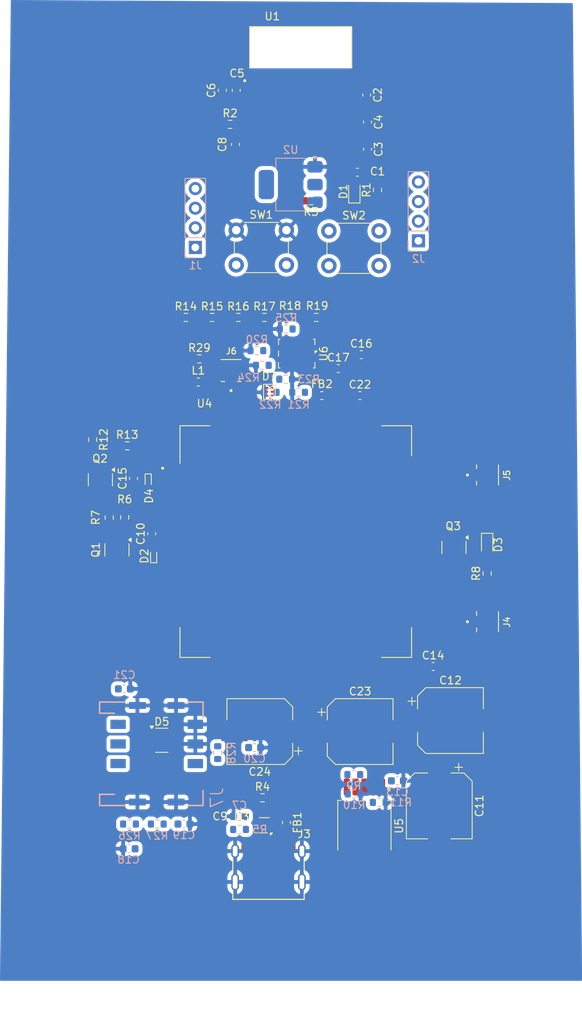
<source format=kicad_pcb>
(kicad_pcb (version 20241229) (generator "pcbnew") (generator_version "9.0")
  (layers (0 "F.Cu" signal) (4 "In1.Cu" power) (6 "In2.Cu" power) (2 "B.Cu" power) (13 "F.Paste" user) (15 "B.Paste" user) (5 "F.SilkS" user "F.Silkscreen") (7 "B.SilkS" user "B.Silkscreen") (1 "F.Mask" user) (3 "B.Mask" user) (25 "Edge.Cuts" user))
  (net 0 "")
  (net 1 "3V3")
  (net 2 "GND")
  (net 3 "/power/5V_VBUS")
  (net 4 "Net-(C7-Pad1)")
  (net 5 "/esp32c3/ESP_EN")
  (net 6 "D+")
  (net 7 "/sim7600/SIM_RESET")
  (net 8 "SIM_VBAT")
  (net 9 "/sim7600/PWR_KEY")
  (net 10 "/sim7600/VDD_1V8")
  (net 11 "/sim7600/USIM_RST")
  (net 12 "/sim7600/USIM_CLK")
  (net 13 "/sim7600/USIM_DATA")
  (net 14 "/sim7600/USIM_VDD")
  (net 15 "/sim7600/VBAT")
  (net 16 "Net-(D1-A)")
  (net 17 "Net-(D3-A)")
  (net 18 "Net-(D3-K)")
  (net 19 "Net-(J7-I{slash}O)")
  (net 20 "Net-(J7-CLK)")
  (net 21 "Net-(J7-RST)")
  (net 22 "Net-(J3-VBUS2)")
  (net 23 "/esp32c3/IO3")
  (net 24 "/esp32c3/IO2")
  (net 25 "/esp32c3/IO1")
  (net 26 "/esp32c3/IO0")
  (net 27 "/esp32c3/IO4")
  (net 28 "/esp32c3/IO7")
  (net 29 "/esp32c3/IO6")
  (net 30 "/esp32c3/IO5")
  (net 33 "Net-(J3-DP2)")
  (net 38 "Net-(J3-DN2)")
  (net 40 "/sim7600/MAIN_ANT")
  (net 41 "/sim7600/AUX_ANT")
  (net 42 "/sim7600/GNSS_ANT")
  (net 43 "Net-(L1-Pad2)")
  (net 44 "Net-(Q1-B)")
  (net 45 "Net-(Q2-B)")
  (net 46 "/sim7600/NETLIGHT")
  (net 47 "Net-(R3-Pad1)")
  (net 48 "D-")
  (net 49 "Net-(R5-Pad1)")
  (net 50 "ESP_SIM_RESET")
  (net 51 "Net-(U5-ADJ)")
  (net 52 "ESP_SIM_PWR")
  (net 53 "Net-(U6-A8)")
  (net 54 "Net-(U6-A7)")
  (net 55 "Net-(U6-A6)")
  (net 56 "Net-(U6-A5)")
  (net 57 "Net-(U6-A4)")
  (net 58 "Net-(U6-A3)")
  (net 59 "Net-(U6-B3)")
  (net 60 "Net-(U6-B4)")
  (net 61 "Net-(U6-B5)")
  (net 62 "Net-(U6-B6)")
  (net 63 "Net-(U6-B7)")
  (net 64 "Net-(U6-B8)")
  (net 65 "/esp32c3/ESP_BOOT")
  (net 67 "ESP_RX0")
  (net 72 "ESP_TX0")
  (net 121 "/sim7600/SIM_TX")
  (net 130 "/sim7600/SIM_RX")
  (footprint "Diode_SMD:D_SOD-923" (layer "F.Cu") (at 167.3 95.405 90)
    (property "Reference" "D2")
    (property "Value" "ESD9B3.3ST5G")
  )
  (footprint "Capacitor_SMD:C_0603_1608Metric" (layer "F.Cu") (at 191.225 71.125)
    (property "Reference" "C17")
    (property "Value" "100nF")
  )
  (footprint "Inductor_SMD:L_0603_1608Metric" (layer "F.Cu") (at 184.5 129.9125 -90)
    (property "Reference" "FB1")
    (property "Value" "FerriteBead")
  )
  (footprint "UFL connector:LINX_CONUFL001-SMD-T" (layer "F.Cu") (at 210.55 103.9 -90)
    (property "Reference" "J4")
    (property "Value" "CONUFL001-SMD-T")
  )
  (footprint "Capacitor_SMD:C_0603_1608Metric" (layer "F.Cu") (at 194.025 74.625)
    (property "Reference" "C22")
    (property "Value" "1uF")
  )
  (footprint "Capacitor_SMD:C_0603_1608Metric" (layer "F.Cu") (at 203.5 109.7)
    (property "Reference" "C14")
    (property "Value" "100nF")
  )
  (footprint "Package_TO_SOT_SMD:SOT-23-3" (layer "F.Cu") (at 162.55 94.5975 -90)
    (property "Reference" "Q1")
    (property "Value" "NPN")
  )
  (footprint "Capacitor_SMD:C_0603_1608Metric" (layer "F.Cu") (at 193.7 45.7 180)
    (property "Reference" "C1")
    (property "Value" "22uF")
  )
  (footprint "Capacitor_SMD:CP_Elec_8x10" (layer "F.Cu") (at 205.75 116.7)
    (property "Reference" "C12")
    (property "Value" "330uF")
  )
  (footprint "Package_TO_SOT_SMD:SOT-23-3" (layer "F.Cu") (at 160.4 85.525 -90)
    (property "Reference" "Q2")
    (property "Value" "NPN")
  )
  (footprint "Resistor_SMD:R_0603_1608Metric" (layer "F.Cu") (at 181.65 64.5)
    (property "Reference" "R17")
    (property "Value" "47K")
  )
  (footprint "Package_TO_SOT_SMD:SOT-886" (layer "F.Cu") (at 182.3 74.125 180)
    (property "Reference" "D7")
    (property "Value" "PESD3V3L4UF")
  )
  (footprint "Resistor_SMD:R_0603_1608Metric" (layer "F.Cu") (at 163.875 81.125)
    (property "Reference" "R13")
    (property "Value" "47K")
  )
  (footprint "Capacitor_SMD:C_0603_1608Metric" (layer "F.Cu") (at 195 42.725 -90)
    (property "Reference" "C3")
    (property "Value" "0.1uF")
  )
  (footprint "Capacitor_SMD:C_0603_1608Metric" (layer "F.Cu") (at 178.375 129.1 180)
    (property "Reference" "C9")
    (property "Value" "22uF")
  )
  (footprint "Resistor_SMD:R_0603_1608Metric" (layer "F.Cu") (at 159.4 80.325 -90)
    (property "Reference" "R12")
    (property "Value" "4K7")
  )
  (footprint "UFL connector:LINX_CONUFL001-SMD-T" (layer "F.Cu") (at 177.325 71.375)
    (property "Reference" "J6")
    (property "Value" "CONUFL001-SMD-T")
  )
  (footprint "Button_Switch_THT:SW_PUSH_6mm" (layer "F.Cu") (at 178 53.2)
    (property "Reference" "SW1")
    (property "Value" "SW_Push")
  )
  (footprint "Resistor_SMD:R_0603_1608Metric" (layer "F.Cu") (at 210.5 97.65 90)
    (property "Reference" "R8")
    (property "Value" "1K")
  )
  (footprint "Package_TO_SOT_SMD:SOT-23-5" (layer "F.Cu") (at 168.3625 119.25)
    (property "Reference" "D5")
    (property "Value" "ESDA6V1SC5")
  )
  (footprint "Capacitor_SMD:C_0603_1608Metric" (layer "F.Cu") (at 176.2 35.1 90)
    (property "Reference" "C6")
    (property "Value" "0.1uF")
  )
  (footprint "Capacitor_SMD:C_0603_1608Metric" (layer "F.Cu") (at 164.7 85.35 90)
    (property "Reference" "C15")
    (property "Value" "100nF")
  )
  (footprint "Resistor_SMD:R_0603_1608Metric" (layer "F.Cu") (at 171.475 64.5)
    (property "Reference" "R14")
    (property "Value" "47K")
  )
  (footprint "Resistor_SMD:R_0603_1608Metric" (layer "F.Cu") (at 178.275 64.5)
    (property "Reference" "R16")
    (property "Value" "47K")
  )
  (footprint "Resistor_SMD:R_0603_1608Metric" (layer "F.Cu") (at 181.4 126.7)
    (property "Reference" "R4")
    (property "Value" "0")
  )
  (footprint "SIM7600E:XCVR_SIM7600E" (layer "F.Cu") (at 185.7125 93.525)
    (property "Reference" "U4")
    (property "Value" "SIM7600E")
  )
  (footprint "ESP32C3-MINI-1U-N4:XCVR_ESP32-C3-MINI-1-N4" (layer "F.Cu") (at 186.35 35.15)
    (property "Reference" "U1")
    (property "Value" "ESP32-C3-MINI-1-N4")
  )
  (footprint "UFL connector:LINX_CONUFL001-SMD-T" (layer "F.Cu") (at 210.55 84.9 -90)
    (property "Reference" "J5")
    (property "Value" "CONUFL001-SMD-T")
  )
  (footprint "Resistor_SMD:R_0603_1608Metric" (layer "F.Cu") (at 188.375 64.5 180)
    (property "Reference" "R19")
    (property "Value" "47K")
  )
  (footprint "Capacitor_SMD:C_0603_1608Metric" (layer "F.Cu") (at 194.9 35.7 -90)
    (property "Reference" "C2")
    (property "Value" "22uF")
  )
  (footprint "Capacitor_SMD:C_0603_1608Metric" (layer "F.Cu") (at 177.9 42.1 -90)
    (property "Reference" "C8")
    (property "Value" "1uF")
  )
  (footprint "Resistor_SMD:R_0603_1608Metric" (layer "F.Cu") (at 163.55 90.385 90)
    (property "Reference" "R6")
    (property "Value" "47K")
  )
  (footprint "Package_TO_SOT_SMD:TO-252-5_TabPin3" (layer "F.Cu") (at 194.6 130.34 -90)
    (property "Reference" "U5")
    (property "Value" "MIC29302AWD")
  )
  (footprint "Resistor_SMD:R_0603_1608Metric" (layer "F.Cu") (at 196.3 48 90)
    (property "Reference" "R1")
    (property "Value" "1k")
  )
  (footprint "Capacitor_SMD:CP_Elec_8x10" (layer "F.Cu") (at 194.05 118.125)
    (property "Reference" "C23")
    (property "Value" "100uF")
  )
  (footprint "LED_SMD:LED_0603_1608Metric" (layer "F.Cu") (at 210.5 93.9375 -90)
    (property "Reference" "D3")
    (property "Value" "LED")
  )
  (footprint "Package_TO_SOT_SMD:SOT-23-3" (layer "F.Cu") (at 206.2 94.2875 -90)
    (property "Reference" "Q3")
    (property "Value" "NPN")
  )
  (footprint "Resistor_SMD:R_0603_1608Metric" (layer "F.Cu") (at 174.875 64.5)
    (property "Reference" "R15")
    (property "Value" "47K")
  )
  (footprint "Capacitor_SMD:C_0603_1608Metric" (layer "F.Cu") (at 167.05 92.51 90)
    (property "Reference" "C10")
    (property "Value" "100nF")
  )
  (footprint "Inductor_SMD:L_0603_1608Metric" (layer "F.Cu") (at 173.0875 72.875 180)
    (property "Reference" "L1")
    (property "Value" "47nH")
  )
  (footprint "USB_C:MOLEX_2171790001" (layer "F.Cu") (at 182.18 136.45)
    (property "Reference" "J3")
    (property "Value" "2171790001")
  )
  (footprint "Resistor_SMD:R_0603_1608Metric" (layer "F.Cu") (at 161.55 90.41 -90)
    (property "Reference" "R7")
    (property "Value" "4K7")
  )
  (footprint "Resistor_SMD:R_0603_1608Metric" (layer "F.Cu") (at 185.075 64.5)
    (property "Reference" "R18")
    (property "Value" "47K")
  )
  (footprint "Capacitor_SMD:C_0603_1608Metric" (layer "F.Cu") (at 194.2 69.325)
    (property "Reference" "C16")
    (property "Value" "100nF")
  )
  (footprint "Capacitor_SMD:C_0603_1608Metric" (layer "F.Cu") (at 178 35.1 90)
    (property "Reference" "C5")
    (property "Value" "10uF")
  )
  (footprint "Resistor_SMD:R_0603_1608Metric" (layer "F.Cu") (at 177.2 39.5)
    (property "Reference" "R2")
    (property "Value" "10K")
  )
  (footprint "Capacitor_SMD:C_0603_1608Metric" (layer "F.Cu") (at 195 39.2 -90)
    (property "Reference" "C4")
    (property "Value" "0.1uF")
  )
  (footprint "Capacitor_SMD:CP_Elec_8x10" (layer "F.Cu") (at 204.3 127.75 -90)
    (property "Reference" "C11")
    (property "Value" "100uF")
  )
  (footprint "Package_TO_SOT_SMD:SOT-666" (layer "F.Cu") (at 181.65 130.2625 180)
    (property "Reference" "U3")
    (property "Value" "USBLC6-2P6")
  )
  (footprint "Resistor_SMD:R_0603_1608Metric" (layer "F.Cu") (at 173.225 69.875)
    (property "Reference" "R29")
    (property "Value" "10R")
  )
  (footprint "Diode_SMD:D_SOD-923" (layer "F.Cu") (at 166.6 85.625 -90)
    (property "Reference" "D4")
    (property "Value" "ESD9B3.3ST5G")
  )
  (footprint "Button_Switch_THT:SW_PUSH_6mm" (layer "F.Cu") (at 190 53.3)
    (property "Reference" "SW2")
    (property "Value" "SW_Push")
  )
  (footprint "Inductor_SMD:L_0603_1608Metric" (layer "F.Cu") (at 189.0875 74.625 180)
    (property "Reference" "FB2")
    (property "Value" "BLM21PG300SN1D")
  )
  (footprint "Resistor_SMD:R_0603_1608Metric" (layer "F.Cu") (at 187.7 49.4 180)
    (property "Reference" "R3")
    (property "Value" "10K")
  )
  (footprint "Capacitor_SMD:CP_Elec_8x10" (layer "F.Cu") (at 181.05 118.125 180)
    (property "Reference" "C24")
    (property "Value" "100uF")
  )
  (footprint "Package_DFN_QFN:Texas_RGY_R-PVQFN-N20_EP2.05x3.05mm" (layer "F.Cu") (at 185.83 69.185 -90)
    (property "Reference" "U6")
    (property "Value" "TXB0108RGY")
  )
  (footprint "LED_SMD:LED_0603_1608Metric" (layer "F.Cu") (at 193.3 48.2 90)
    (property "Reference" "D1")
    (property "Value" "LED")
  )
  (footprint "Resistor_SMD:R_0603_1608Metric" (layer "B.Cu") (at 178.425 130.8)
    (property "Reference" "R5")
    (property "Value" "0")
  )
  (footprint "Resistor_SMD:R_0603_1608Metric" (layer "B.Cu") (at 180.675 68.8 180)
    (property "Reference" "R20")
    (property "Value" "47K")
  )
  (footprint "Connector_PinHeader_2.54mm:PinHeader_1x04_P2.54mm_Vertical" (layer "B.Cu") (at 172.7 55.44)
    (property "Reference" "J1")
    (property "Value" "Conn_01x04_Socket")
  )
  (footprint "Resistor_SMD:R_0603_1608Metric" (layer "B.Cu") (at 193.275 126.2)
    (property "Reference" "R10")
    (property "Value" "47k")
  )
  (footprint "Capacitor_SMD:C_0603_1608Metric" (layer "B.Cu") (at 171.225 130.1)
    (property "Reference" "C19")
    (property "Value" "22pF")
  )
  (footprint "Capacitor_SMD:C_0603_1608Metric" (layer "B.Cu") (at 163.5 112.6 180)
    (property "Reference" "C21")
    (property "Value" "100nF")
  )
  (footprint "Resistor_SMD:R_0603_1608Metric" (layer "B.Cu") (at 175.6 120.85 -90)
    (property "Reference" "R28")
    (property "Value" "22R")
  )
  (footprint "Resistor_SMD:R_0603_1608Metric" (layer "B.Cu") (at 196.525 127.3)
    (property "Reference" "R11")
    (property "Value" "470R")
  )
  (footprint "Resistor_SMD:R_0603_1608Metric" (layer "B.Cu") (at 186.075 74.2 180)
    (property "Reference" "R21")
    (property "Value" "47K")
  )
  (footprint "Resistor_SMD:R_0603_1608Metric" (layer "B.Cu") (at 164.175 130.1 180)
    (property "Reference" "R26")
    (property "Value" "22R")
  )
  (footprint "Resistor_SMD:R_0603_1608Metric" (layer "B.Cu") (at 181.375 70.7 180)
    (property "Reference" "R24")
    (property "Value" "47K")
  )
  (footprint "Connector_PinHeader_2.54mm:PinHeader_1x04_P2.54mm_Vertical" (layer "B.Cu") (at 201.6 54.58)
    (property "Reference" "J2")
    (property "Value" "Conn_01x04_Socket")
  )
  (footprint "Resistor_SMD:R_0603_1608Metric" (layer "B.Cu") (at 182.4 74.2 180)
    (property "Reference" "R22")
    (property "Value" "47K")
  )
  (footprint "Capacitor_SMD:C_0603_1608Metric" (layer "B.Cu") (at 178.425 129.1 180)
    (property "Reference" "C7")
    (property "Value" "22pF")
  )
  (footprint "SIM7050:GCT_SIM7050-6-0-00-X_REVC" (layer "B.Cu") (at 167.7 121 -90)
    (property "Reference" "J7")
    (property "Value" "SIM7050-6-0-00-X_REVC")
  )
  (footprint "Capacitor_SMD:C_0603_1608Metric" (layer "B.Cu") (at 198.875 124.5)
    (property "Reference" "C13")
    (property "Value" "1uF")
  )
  (footprint "Resistor_SMD:R_0603_1608Metric" (layer "B.Cu") (at 184.475 66 180)
    (property "Reference" "R25")
    (property "Value" "47K")
  )
  (footprint "Resistor_SMD:R_0603_1608Metric" (layer "B.Cu") (at 167.775 130.1 180)
    (property "Reference" "R27")
    (property "Value" "22R")
  )
  (footprint "Capacitor_SMD:C_0603_1608Metric" (layer "B.Cu") (at 164.125 133.3 180)
    (property "Reference" "C18")
    (property "Value" "22pF")
  )
  (footprint "Capacitor_SMD:C_0603_1608Metric" (layer "B.Cu") (at 180.375 120.2)
    (property "Reference" "C20")
    (property "Value" "22pF")
  )
  (footprint "Resistor_SMD:R_0603_1608Metric" (layer "B.Cu") (at 184.4 72.5)
    (property "Reference" "R23")
    (property "Value" "47K")
  )
  (footprint "Package_TO_SOT_SMD:SOT-223-3_TabPin2" (layer "B.Cu") (at 185.05 47.3 180)
    (property "Reference" "U2")
    (property "Value" "AMS1117-3.3")
  )
  (footprint "Resistor_SMD:R_0603_1608Metric" (layer "B.Cu") (at 193.225 123.7)
    (property "Reference" "R9")
    (property "Value" "100K")
  )
  (segment (start 179.125 35.875) (end 179.55 35.45) (width 0.5) (layer "F.Cu") (net 1))
  (segment (start 179.55 35.45) (end 180.45 35.45) (width 0.5) (layer "F.Cu") (net 1))
  (segment (start 178 35.875) (end 179.125 35.875) (width 0.5) (layer "F.Cu") (net 1))
  (segment (start 176.2 35.875) (end 178 35.875) (width 0.5) (layer "F.Cu") (net 1))
  (segment (start 178.925 34.325) (end 179.25 34.65) (width 0.5) (layer "F.Cu") (net 2))
  (segment (start 176.2 34.325) (end 178 34.325) (width 0.5) (layer "F.Cu") (net 2))
  (segment (start 178 34.325) (end 178.925 34.325) (width 0.5) (layer "F.Cu") (net 2))
  (segment (start 179.25 34.65) (end 180.45 34.65) (width 0.5) (layer "F.Cu") (net 2))
  (segment (start 195.525 34.925) (end 196.8 36.2) (width 0.5) (layer "F.Cu") (net 3))
  (segment (start 196.8 36.2) (end 196.8 37.4) (width 0.5) (layer "F.Cu") (net 3))
  (segment (start 194.9 34.925) (end 195.525 34.925) (width 0.5) (layer "F.Cu") (net 3))
  (segment (start 195.775 38.425) (end 195 38.425) (width 0.5) (layer "F.Cu") (net 3))
  (segment (start 196.8 37.4) (end 195.775 38.425) (width 0.5) (layer "F.Cu") (net 3))
  (zone (net 2) (net_name "GND") (layer "B.Cu") (priority 2) (connect_pads (clearance 0.5)) (min_thickness 0.25) (fill yes (thermal_gap 0.5) (thermal_bridge_width 0.5))
    (polygon (pts (xy 148.4 23.4) (xy 221.6 23.8) (xy 222.8 150.4) (xy 147.4 150.4) (xy 148.8 23.4)))
  )
)
</source>
